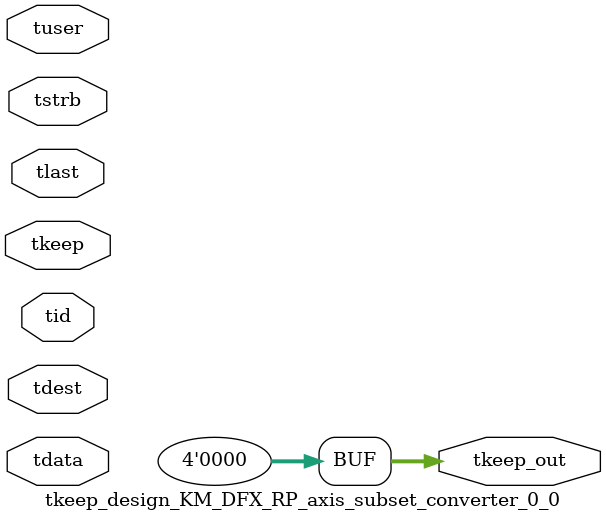
<source format=v>


`timescale 1ps/1ps

module tkeep_design_KM_DFX_RP_axis_subset_converter_0_0 #
(
parameter C_S_AXIS_TDATA_WIDTH = 32,
parameter C_S_AXIS_TUSER_WIDTH = 0,
parameter C_S_AXIS_TID_WIDTH   = 0,
parameter C_S_AXIS_TDEST_WIDTH = 0,
parameter C_M_AXIS_TDATA_WIDTH = 32
)
(
input  [(C_S_AXIS_TDATA_WIDTH == 0 ? 1 : C_S_AXIS_TDATA_WIDTH)-1:0     ] tdata,
input  [(C_S_AXIS_TUSER_WIDTH == 0 ? 1 : C_S_AXIS_TUSER_WIDTH)-1:0     ] tuser,
input  [(C_S_AXIS_TID_WIDTH   == 0 ? 1 : C_S_AXIS_TID_WIDTH)-1:0       ] tid,
input  [(C_S_AXIS_TDEST_WIDTH == 0 ? 1 : C_S_AXIS_TDEST_WIDTH)-1:0     ] tdest,
input  [(C_S_AXIS_TDATA_WIDTH/8)-1:0 ] tkeep,
input  [(C_S_AXIS_TDATA_WIDTH/8)-1:0 ] tstrb,
input                                                                    tlast,
output [(C_M_AXIS_TDATA_WIDTH/8)-1:0 ] tkeep_out
);

assign tkeep_out = {1'b0};

endmodule


</source>
